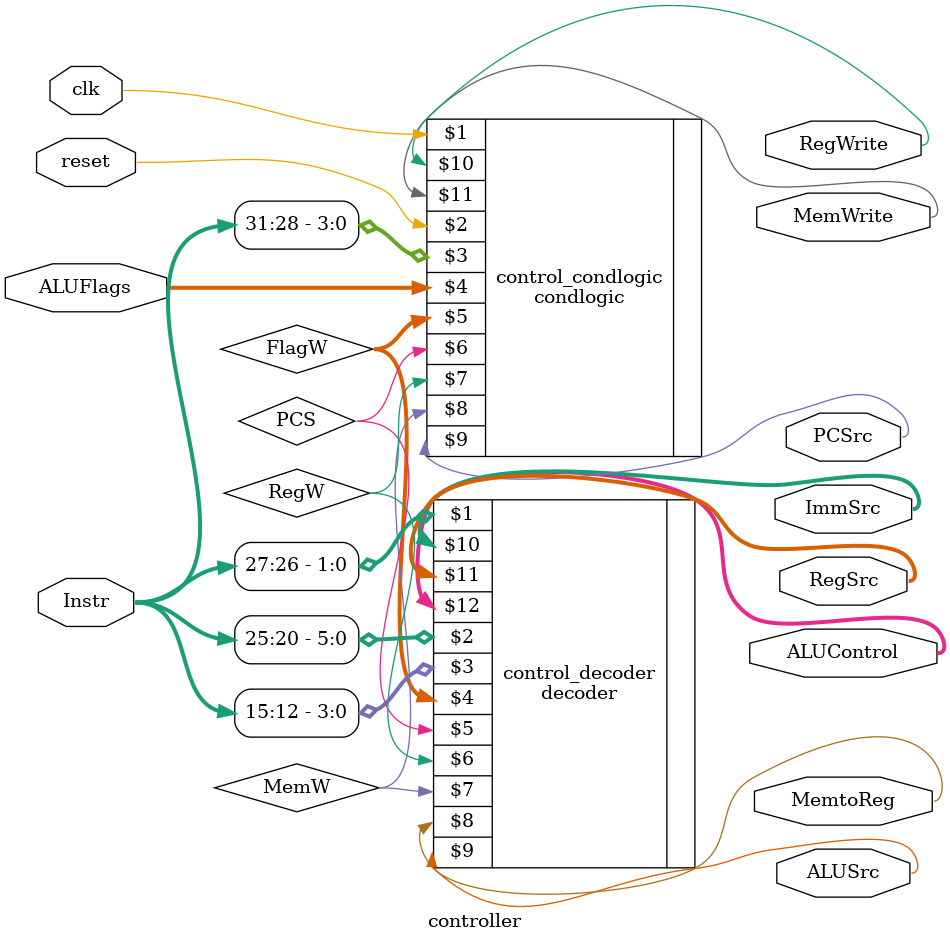
<source format=v>
`include "decoder.v"
`include "condlogic.v"

module controller (
  input clk, reset,
  input [31:12] Instr,
  input [3:0] ALUFlags,
  
  output reg PCSrc, RegWrite, MemWrite, MemtoReg, ALUSrc,
  output reg [1:0] ImmSrc, RegSrc, ALUControl 
);
  
  wire  [1:0] FlagW;
  wire  PCS, RegW, MemW;
  
  decoder control_decoder(Instr[27:26], Instr[25:20], Instr[15:12],FlagW,PCS,RegW,MemW,  MemtoReg, ALUSrc, ImmSrc, RegSrc, ALUControl);
  
  condlogic control_condlogic (clk, reset,Instr[31:28], ALUFlags,FlagW, PCS, RegW, MemW,PCSrc, RegWrite, MemWrite);

endmodule 
</source>
